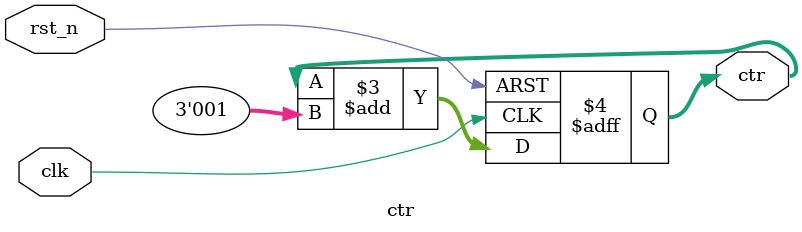
<source format=sv>
module ctr(
input clk,
input rst_n,
output logic [2:0] ctr);


always_ff @(posedge clk or negedge rst_n)
  if(~rst_n) ctr <= 3'h0;
  else ctr <= ctr + 3'h1;
  endmodule
</source>
